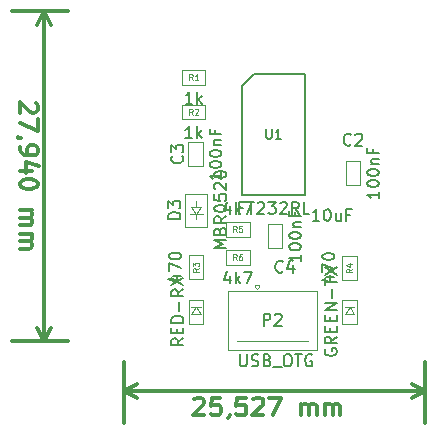
<source format=gbr>
G04 #@! TF.FileFunction,Other,Fab,Top*
%FSLAX46Y46*%
G04 Gerber Fmt 4.6, Leading zero omitted, Abs format (unit mm)*
G04 Created by KiCad (PCBNEW 4.0.6) date 08/29/18 06:26:35*
%MOMM*%
%LPD*%
G01*
G04 APERTURE LIST*
%ADD10C,0.100000*%
%ADD11C,0.300000*%
%ADD12C,0.150000*%
%ADD13C,0.075000*%
G04 APERTURE END LIST*
D10*
D11*
X131433971Y-70493715D02*
X131505400Y-70565144D01*
X131576829Y-70708001D01*
X131576829Y-71065144D01*
X131505400Y-71208001D01*
X131433971Y-71279430D01*
X131291114Y-71350858D01*
X131148257Y-71350858D01*
X130933971Y-71279430D01*
X130076829Y-70422287D01*
X130076829Y-71350858D01*
X131576829Y-71850858D02*
X131576829Y-72850858D01*
X130076829Y-72208001D01*
X130148257Y-73493714D02*
X130076829Y-73493714D01*
X129933971Y-73422286D01*
X129862543Y-73350857D01*
X130076829Y-74208000D02*
X130076829Y-74493715D01*
X130148257Y-74636572D01*
X130219686Y-74708000D01*
X130433971Y-74850858D01*
X130719686Y-74922286D01*
X131291114Y-74922286D01*
X131433971Y-74850858D01*
X131505400Y-74779429D01*
X131576829Y-74636572D01*
X131576829Y-74350858D01*
X131505400Y-74208000D01*
X131433971Y-74136572D01*
X131291114Y-74065143D01*
X130933971Y-74065143D01*
X130791114Y-74136572D01*
X130719686Y-74208000D01*
X130648257Y-74350858D01*
X130648257Y-74636572D01*
X130719686Y-74779429D01*
X130791114Y-74850858D01*
X130933971Y-74922286D01*
X131076829Y-76208000D02*
X130076829Y-76208000D01*
X131648257Y-75850857D02*
X130576829Y-75493714D01*
X130576829Y-76422286D01*
X131576829Y-77279428D02*
X131576829Y-77422285D01*
X131505400Y-77565142D01*
X131433971Y-77636571D01*
X131291114Y-77708000D01*
X131005400Y-77779428D01*
X130648257Y-77779428D01*
X130362543Y-77708000D01*
X130219686Y-77636571D01*
X130148257Y-77565142D01*
X130076829Y-77422285D01*
X130076829Y-77279428D01*
X130148257Y-77136571D01*
X130219686Y-77065142D01*
X130362543Y-76993714D01*
X130648257Y-76922285D01*
X131005400Y-76922285D01*
X131291114Y-76993714D01*
X131433971Y-77065142D01*
X131505400Y-77136571D01*
X131576829Y-77279428D01*
X130076829Y-79565142D02*
X131076829Y-79565142D01*
X130933971Y-79565142D02*
X131005400Y-79636570D01*
X131076829Y-79779428D01*
X131076829Y-79993713D01*
X131005400Y-80136570D01*
X130862543Y-80207999D01*
X130076829Y-80207999D01*
X130862543Y-80207999D02*
X131005400Y-80279428D01*
X131076829Y-80422285D01*
X131076829Y-80636570D01*
X131005400Y-80779428D01*
X130862543Y-80850856D01*
X130076829Y-80850856D01*
X130076829Y-81565142D02*
X131076829Y-81565142D01*
X130933971Y-81565142D02*
X131005400Y-81636570D01*
X131076829Y-81779428D01*
X131076829Y-81993713D01*
X131005400Y-82136570D01*
X130862543Y-82207999D01*
X130076829Y-82207999D01*
X130862543Y-82207999D02*
X131005400Y-82279428D01*
X131076829Y-82422285D01*
X131076829Y-82636570D01*
X131005400Y-82779428D01*
X130862543Y-82850856D01*
X130076829Y-82850856D01*
X132105400Y-62738000D02*
X132105400Y-90678000D01*
X134137400Y-62738000D02*
X129405400Y-62738000D01*
X134137400Y-90678000D02*
X129405400Y-90678000D01*
X132105400Y-90678000D02*
X131518979Y-89551496D01*
X132105400Y-90678000D02*
X132691821Y-89551496D01*
X132105400Y-62738000D02*
X131518979Y-63864504D01*
X132105400Y-62738000D02*
X132691821Y-63864504D01*
X144814115Y-95587429D02*
X144885544Y-95516000D01*
X145028401Y-95444571D01*
X145385544Y-95444571D01*
X145528401Y-95516000D01*
X145599830Y-95587429D01*
X145671258Y-95730286D01*
X145671258Y-95873143D01*
X145599830Y-96087429D01*
X144742687Y-96944571D01*
X145671258Y-96944571D01*
X147028401Y-95444571D02*
X146314115Y-95444571D01*
X146242686Y-96158857D01*
X146314115Y-96087429D01*
X146456972Y-96016000D01*
X146814115Y-96016000D01*
X146956972Y-96087429D01*
X147028401Y-96158857D01*
X147099829Y-96301714D01*
X147099829Y-96658857D01*
X147028401Y-96801714D01*
X146956972Y-96873143D01*
X146814115Y-96944571D01*
X146456972Y-96944571D01*
X146314115Y-96873143D01*
X146242686Y-96801714D01*
X147814114Y-96873143D02*
X147814114Y-96944571D01*
X147742686Y-97087429D01*
X147671257Y-97158857D01*
X149171258Y-95444571D02*
X148456972Y-95444571D01*
X148385543Y-96158857D01*
X148456972Y-96087429D01*
X148599829Y-96016000D01*
X148956972Y-96016000D01*
X149099829Y-96087429D01*
X149171258Y-96158857D01*
X149242686Y-96301714D01*
X149242686Y-96658857D01*
X149171258Y-96801714D01*
X149099829Y-96873143D01*
X148956972Y-96944571D01*
X148599829Y-96944571D01*
X148456972Y-96873143D01*
X148385543Y-96801714D01*
X149814114Y-95587429D02*
X149885543Y-95516000D01*
X150028400Y-95444571D01*
X150385543Y-95444571D01*
X150528400Y-95516000D01*
X150599829Y-95587429D01*
X150671257Y-95730286D01*
X150671257Y-95873143D01*
X150599829Y-96087429D01*
X149742686Y-96944571D01*
X150671257Y-96944571D01*
X151171257Y-95444571D02*
X152171257Y-95444571D01*
X151528400Y-96944571D01*
X153885542Y-96944571D02*
X153885542Y-95944571D01*
X153885542Y-96087429D02*
X153956970Y-96016000D01*
X154099828Y-95944571D01*
X154314113Y-95944571D01*
X154456970Y-96016000D01*
X154528399Y-96158857D01*
X154528399Y-96944571D01*
X154528399Y-96158857D02*
X154599828Y-96016000D01*
X154742685Y-95944571D01*
X154956970Y-95944571D01*
X155099828Y-96016000D01*
X155171256Y-96158857D01*
X155171256Y-96944571D01*
X155885542Y-96944571D02*
X155885542Y-95944571D01*
X155885542Y-96087429D02*
X155956970Y-96016000D01*
X156099828Y-95944571D01*
X156314113Y-95944571D01*
X156456970Y-96016000D01*
X156528399Y-96158857D01*
X156528399Y-96944571D01*
X156528399Y-96158857D02*
X156599828Y-96016000D01*
X156742685Y-95944571D01*
X156956970Y-95944571D01*
X157099828Y-96016000D01*
X157171256Y-96158857D01*
X157171256Y-96944571D01*
X164363400Y-94868999D02*
X138836400Y-94868999D01*
X164363400Y-92456000D02*
X164363400Y-97568999D01*
X138836400Y-92456000D02*
X138836400Y-97568999D01*
X138836400Y-94868999D02*
X139962904Y-94282578D01*
X138836400Y-94868999D02*
X139962904Y-95455420D01*
X164363400Y-94868999D02*
X163236896Y-94282578D01*
X164363400Y-94868999D02*
X163236896Y-95455420D01*
D10*
X158881000Y-77435000D02*
X157641000Y-77435000D01*
X158881000Y-75435000D02*
X158881000Y-77435000D01*
X157641000Y-75435000D02*
X158881000Y-75435000D01*
X157641000Y-77435000D02*
X157641000Y-75435000D01*
X145541000Y-75825000D02*
X144301000Y-75825000D01*
X145541000Y-73825000D02*
X145541000Y-75825000D01*
X144301000Y-73825000D02*
X145541000Y-73825000D01*
X144301000Y-75825000D02*
X144301000Y-73825000D01*
X152271000Y-82775000D02*
X151031000Y-82775000D01*
X152271000Y-80775000D02*
X152271000Y-82775000D01*
X151031000Y-80775000D02*
X152271000Y-80775000D01*
X151031000Y-82775000D02*
X151031000Y-80775000D01*
X145381000Y-87775000D02*
X144581000Y-87775000D01*
X144981000Y-87775000D02*
X145381000Y-88375000D01*
X144581000Y-88375000D02*
X144981000Y-87775000D01*
X145381000Y-88375000D02*
X144581000Y-88375000D01*
X144381000Y-89175000D02*
X144381000Y-87175000D01*
X145581000Y-89175000D02*
X144381000Y-89175000D01*
X145581000Y-87175000D02*
X145581000Y-89175000D01*
X144381000Y-87175000D02*
X145581000Y-87175000D01*
X158371000Y-87775000D02*
X157571000Y-87775000D01*
X157971000Y-87775000D02*
X158371000Y-88375000D01*
X157571000Y-88375000D02*
X157971000Y-87775000D01*
X158371000Y-88375000D02*
X157571000Y-88375000D01*
X157371000Y-89175000D02*
X157371000Y-87175000D01*
X158571000Y-89175000D02*
X157371000Y-89175000D01*
X158571000Y-87175000D02*
X158571000Y-89175000D01*
X157371000Y-87175000D02*
X158571000Y-87175000D01*
X144971000Y-79305000D02*
X144971000Y-78805000D01*
X145371000Y-79305000D02*
X144971000Y-79905000D01*
X144571000Y-79305000D02*
X145371000Y-79305000D01*
X144971000Y-79905000D02*
X144571000Y-79305000D01*
X144971000Y-79905000D02*
X145521000Y-79905000D01*
X144971000Y-79905000D02*
X144421000Y-79905000D01*
X144971000Y-80305000D02*
X144971000Y-79905000D01*
X145871000Y-80955000D02*
X144071000Y-80955000D01*
X145871000Y-78155000D02*
X145871000Y-80955000D01*
X144071000Y-78155000D02*
X145871000Y-78155000D01*
X144071000Y-80955000D02*
X144071000Y-78155000D01*
X143771000Y-68955000D02*
X143771000Y-67715000D01*
X145771000Y-68955000D02*
X143771000Y-68955000D01*
X145771000Y-67715000D02*
X145771000Y-68955000D01*
X143771000Y-67715000D02*
X145771000Y-67715000D01*
X143761000Y-71875000D02*
X143761000Y-70635000D01*
X145761000Y-71875000D02*
X143761000Y-71875000D01*
X145761000Y-70635000D02*
X145761000Y-71875000D01*
X143761000Y-70635000D02*
X145761000Y-70635000D01*
X144361000Y-83395000D02*
X145601000Y-83395000D01*
X144361000Y-85395000D02*
X144361000Y-83395000D01*
X145601000Y-85395000D02*
X144361000Y-85395000D01*
X145601000Y-83395000D02*
X145601000Y-85395000D01*
X157351000Y-83445000D02*
X158591000Y-83445000D01*
X157351000Y-85445000D02*
X157351000Y-83445000D01*
X158591000Y-85445000D02*
X157351000Y-85445000D01*
X158591000Y-83445000D02*
X158591000Y-85445000D01*
X149501000Y-80565000D02*
X149501000Y-81805000D01*
X147501000Y-80565000D02*
X149501000Y-80565000D01*
X147501000Y-81805000D02*
X147501000Y-80565000D01*
X149501000Y-81805000D02*
X147501000Y-81805000D01*
X147501000Y-84185000D02*
X147501000Y-82945000D01*
X149501000Y-84185000D02*
X147501000Y-84185000D01*
X149501000Y-82945000D02*
X149501000Y-84185000D01*
X147501000Y-82945000D02*
X149501000Y-82945000D01*
D12*
X149871000Y-68065000D02*
X154171000Y-68065000D01*
X154171000Y-68065000D02*
X154171000Y-78265000D01*
X154171000Y-78265000D02*
X148871000Y-78265000D01*
X148871000Y-78265000D02*
X148871000Y-69065000D01*
X148871000Y-69065000D02*
X149871000Y-68065000D01*
D10*
X155181000Y-91375000D02*
X155181000Y-86375000D01*
X148431000Y-90676704D02*
X154431000Y-90676704D01*
X147681000Y-91376704D02*
X155181000Y-91376704D01*
X147681000Y-86375000D02*
X155181000Y-86375000D01*
X147681000Y-91375000D02*
X147681000Y-86375000D01*
X150131000Y-86275000D02*
X149931000Y-86075000D01*
X150331000Y-86075000D02*
X150131000Y-86275000D01*
X149931000Y-85865000D02*
X150331000Y-85865000D01*
X149931000Y-85865000D02*
X149931000Y-86075000D01*
X150331000Y-85865000D02*
X150331000Y-86075000D01*
D12*
X155409572Y-80465381D02*
X154838143Y-80465381D01*
X155123857Y-80465381D02*
X155123857Y-79465381D01*
X155028619Y-79608238D01*
X154933381Y-79703476D01*
X154838143Y-79751095D01*
X156028619Y-79465381D02*
X156123858Y-79465381D01*
X156219096Y-79513000D01*
X156266715Y-79560619D01*
X156314334Y-79655857D01*
X156361953Y-79846333D01*
X156361953Y-80084429D01*
X156314334Y-80274905D01*
X156266715Y-80370143D01*
X156219096Y-80417762D01*
X156123858Y-80465381D01*
X156028619Y-80465381D01*
X155933381Y-80417762D01*
X155885762Y-80370143D01*
X155838143Y-80274905D01*
X155790524Y-80084429D01*
X155790524Y-79846333D01*
X155838143Y-79655857D01*
X155885762Y-79560619D01*
X155933381Y-79513000D01*
X156028619Y-79465381D01*
X157219096Y-79798714D02*
X157219096Y-80465381D01*
X156790524Y-79798714D02*
X156790524Y-80322524D01*
X156838143Y-80417762D01*
X156933381Y-80465381D01*
X157076239Y-80465381D01*
X157171477Y-80417762D01*
X157219096Y-80370143D01*
X158028620Y-79941571D02*
X157695286Y-79941571D01*
X157695286Y-80465381D02*
X157695286Y-79465381D01*
X158171477Y-79465381D01*
X160463381Y-77982619D02*
X160463381Y-78554048D01*
X160463381Y-78268334D02*
X159463381Y-78268334D01*
X159606238Y-78363572D01*
X159701476Y-78458810D01*
X159749095Y-78554048D01*
X159463381Y-77363572D02*
X159463381Y-77268333D01*
X159511000Y-77173095D01*
X159558619Y-77125476D01*
X159653857Y-77077857D01*
X159844333Y-77030238D01*
X160082429Y-77030238D01*
X160272905Y-77077857D01*
X160368143Y-77125476D01*
X160415762Y-77173095D01*
X160463381Y-77268333D01*
X160463381Y-77363572D01*
X160415762Y-77458810D01*
X160368143Y-77506429D01*
X160272905Y-77554048D01*
X160082429Y-77601667D01*
X159844333Y-77601667D01*
X159653857Y-77554048D01*
X159558619Y-77506429D01*
X159511000Y-77458810D01*
X159463381Y-77363572D01*
X159463381Y-76411191D02*
X159463381Y-76315952D01*
X159511000Y-76220714D01*
X159558619Y-76173095D01*
X159653857Y-76125476D01*
X159844333Y-76077857D01*
X160082429Y-76077857D01*
X160272905Y-76125476D01*
X160368143Y-76173095D01*
X160415762Y-76220714D01*
X160463381Y-76315952D01*
X160463381Y-76411191D01*
X160415762Y-76506429D01*
X160368143Y-76554048D01*
X160272905Y-76601667D01*
X160082429Y-76649286D01*
X159844333Y-76649286D01*
X159653857Y-76601667D01*
X159558619Y-76554048D01*
X159511000Y-76506429D01*
X159463381Y-76411191D01*
X159796714Y-75649286D02*
X160463381Y-75649286D01*
X159891952Y-75649286D02*
X159844333Y-75601667D01*
X159796714Y-75506429D01*
X159796714Y-75363571D01*
X159844333Y-75268333D01*
X159939571Y-75220714D01*
X160463381Y-75220714D01*
X159939571Y-74411190D02*
X159939571Y-74744524D01*
X160463381Y-74744524D02*
X159463381Y-74744524D01*
X159463381Y-74268333D01*
X158084334Y-73992143D02*
X158036715Y-74039762D01*
X157893858Y-74087381D01*
X157798620Y-74087381D01*
X157655762Y-74039762D01*
X157560524Y-73944524D01*
X157512905Y-73849286D01*
X157465286Y-73658810D01*
X157465286Y-73515952D01*
X157512905Y-73325476D01*
X157560524Y-73230238D01*
X157655762Y-73135000D01*
X157798620Y-73087381D01*
X157893858Y-73087381D01*
X158036715Y-73135000D01*
X158084334Y-73182619D01*
X158465286Y-73182619D02*
X158512905Y-73135000D01*
X158608143Y-73087381D01*
X158846239Y-73087381D01*
X158941477Y-73135000D01*
X158989096Y-73182619D01*
X159036715Y-73277857D01*
X159036715Y-73373095D01*
X158989096Y-73515952D01*
X158417667Y-74087381D01*
X159036715Y-74087381D01*
X147123381Y-76372619D02*
X147123381Y-76944048D01*
X147123381Y-76658334D02*
X146123381Y-76658334D01*
X146266238Y-76753572D01*
X146361476Y-76848810D01*
X146409095Y-76944048D01*
X146123381Y-75753572D02*
X146123381Y-75658333D01*
X146171000Y-75563095D01*
X146218619Y-75515476D01*
X146313857Y-75467857D01*
X146504333Y-75420238D01*
X146742429Y-75420238D01*
X146932905Y-75467857D01*
X147028143Y-75515476D01*
X147075762Y-75563095D01*
X147123381Y-75658333D01*
X147123381Y-75753572D01*
X147075762Y-75848810D01*
X147028143Y-75896429D01*
X146932905Y-75944048D01*
X146742429Y-75991667D01*
X146504333Y-75991667D01*
X146313857Y-75944048D01*
X146218619Y-75896429D01*
X146171000Y-75848810D01*
X146123381Y-75753572D01*
X146123381Y-74801191D02*
X146123381Y-74705952D01*
X146171000Y-74610714D01*
X146218619Y-74563095D01*
X146313857Y-74515476D01*
X146504333Y-74467857D01*
X146742429Y-74467857D01*
X146932905Y-74515476D01*
X147028143Y-74563095D01*
X147075762Y-74610714D01*
X147123381Y-74705952D01*
X147123381Y-74801191D01*
X147075762Y-74896429D01*
X147028143Y-74944048D01*
X146932905Y-74991667D01*
X146742429Y-75039286D01*
X146504333Y-75039286D01*
X146313857Y-74991667D01*
X146218619Y-74944048D01*
X146171000Y-74896429D01*
X146123381Y-74801191D01*
X146456714Y-74039286D02*
X147123381Y-74039286D01*
X146551952Y-74039286D02*
X146504333Y-73991667D01*
X146456714Y-73896429D01*
X146456714Y-73753571D01*
X146504333Y-73658333D01*
X146599571Y-73610714D01*
X147123381Y-73610714D01*
X146599571Y-72801190D02*
X146599571Y-73134524D01*
X147123381Y-73134524D02*
X146123381Y-73134524D01*
X146123381Y-72658333D01*
X143778143Y-74991666D02*
X143825762Y-75039285D01*
X143873381Y-75182142D01*
X143873381Y-75277380D01*
X143825762Y-75420238D01*
X143730524Y-75515476D01*
X143635286Y-75563095D01*
X143444810Y-75610714D01*
X143301952Y-75610714D01*
X143111476Y-75563095D01*
X143016238Y-75515476D01*
X142921000Y-75420238D01*
X142873381Y-75277380D01*
X142873381Y-75182142D01*
X142921000Y-75039285D01*
X142968619Y-74991666D01*
X142873381Y-74658333D02*
X142873381Y-74039285D01*
X143254333Y-74372619D01*
X143254333Y-74229761D01*
X143301952Y-74134523D01*
X143349571Y-74086904D01*
X143444810Y-74039285D01*
X143682905Y-74039285D01*
X143778143Y-74086904D01*
X143825762Y-74134523D01*
X143873381Y-74229761D01*
X143873381Y-74515476D01*
X143825762Y-74610714D01*
X143778143Y-74658333D01*
X153853381Y-83322619D02*
X153853381Y-83894048D01*
X153853381Y-83608334D02*
X152853381Y-83608334D01*
X152996238Y-83703572D01*
X153091476Y-83798810D01*
X153139095Y-83894048D01*
X152853381Y-82703572D02*
X152853381Y-82608333D01*
X152901000Y-82513095D01*
X152948619Y-82465476D01*
X153043857Y-82417857D01*
X153234333Y-82370238D01*
X153472429Y-82370238D01*
X153662905Y-82417857D01*
X153758143Y-82465476D01*
X153805762Y-82513095D01*
X153853381Y-82608333D01*
X153853381Y-82703572D01*
X153805762Y-82798810D01*
X153758143Y-82846429D01*
X153662905Y-82894048D01*
X153472429Y-82941667D01*
X153234333Y-82941667D01*
X153043857Y-82894048D01*
X152948619Y-82846429D01*
X152901000Y-82798810D01*
X152853381Y-82703572D01*
X152853381Y-81751191D02*
X152853381Y-81655952D01*
X152901000Y-81560714D01*
X152948619Y-81513095D01*
X153043857Y-81465476D01*
X153234333Y-81417857D01*
X153472429Y-81417857D01*
X153662905Y-81465476D01*
X153758143Y-81513095D01*
X153805762Y-81560714D01*
X153853381Y-81655952D01*
X153853381Y-81751191D01*
X153805762Y-81846429D01*
X153758143Y-81894048D01*
X153662905Y-81941667D01*
X153472429Y-81989286D01*
X153234333Y-81989286D01*
X153043857Y-81941667D01*
X152948619Y-81894048D01*
X152901000Y-81846429D01*
X152853381Y-81751191D01*
X153186714Y-80989286D02*
X153853381Y-80989286D01*
X153281952Y-80989286D02*
X153234333Y-80941667D01*
X153186714Y-80846429D01*
X153186714Y-80703571D01*
X153234333Y-80608333D01*
X153329571Y-80560714D01*
X153853381Y-80560714D01*
X153329571Y-79751190D02*
X153329571Y-80084524D01*
X153853381Y-80084524D02*
X152853381Y-80084524D01*
X152853381Y-79608333D01*
X152314334Y-84752143D02*
X152266715Y-84799762D01*
X152123858Y-84847381D01*
X152028620Y-84847381D01*
X151885762Y-84799762D01*
X151790524Y-84704524D01*
X151742905Y-84609286D01*
X151695286Y-84418810D01*
X151695286Y-84275952D01*
X151742905Y-84085476D01*
X151790524Y-83990238D01*
X151885762Y-83895000D01*
X152028620Y-83847381D01*
X152123858Y-83847381D01*
X152266715Y-83895000D01*
X152314334Y-83942619D01*
X153171477Y-84180714D02*
X153171477Y-84847381D01*
X152933381Y-83799762D02*
X152695286Y-84514048D01*
X153314334Y-84514048D01*
X143883381Y-90413095D02*
X143407190Y-90746429D01*
X143883381Y-90984524D02*
X142883381Y-90984524D01*
X142883381Y-90603571D01*
X142931000Y-90508333D01*
X142978619Y-90460714D01*
X143073857Y-90413095D01*
X143216714Y-90413095D01*
X143311952Y-90460714D01*
X143359571Y-90508333D01*
X143407190Y-90603571D01*
X143407190Y-90984524D01*
X143359571Y-89984524D02*
X143359571Y-89651190D01*
X143883381Y-89508333D02*
X143883381Y-89984524D01*
X142883381Y-89984524D01*
X142883381Y-89508333D01*
X143883381Y-89079762D02*
X142883381Y-89079762D01*
X142883381Y-88841667D01*
X142931000Y-88698809D01*
X143026238Y-88603571D01*
X143121476Y-88555952D01*
X143311952Y-88508333D01*
X143454810Y-88508333D01*
X143645286Y-88555952D01*
X143740524Y-88603571D01*
X143835762Y-88698809D01*
X143883381Y-88841667D01*
X143883381Y-89079762D01*
X143502429Y-88079762D02*
X143502429Y-87317857D01*
X143883381Y-86270238D02*
X143407190Y-86603572D01*
X143883381Y-86841667D02*
X142883381Y-86841667D01*
X142883381Y-86460714D01*
X142931000Y-86365476D01*
X142978619Y-86317857D01*
X143073857Y-86270238D01*
X143216714Y-86270238D01*
X143311952Y-86317857D01*
X143359571Y-86365476D01*
X143407190Y-86460714D01*
X143407190Y-86841667D01*
X142883381Y-85936905D02*
X143883381Y-85270238D01*
X142883381Y-85270238D02*
X143883381Y-85936905D01*
X155921000Y-91317857D02*
X155873381Y-91413095D01*
X155873381Y-91555952D01*
X155921000Y-91698810D01*
X156016238Y-91794048D01*
X156111476Y-91841667D01*
X156301952Y-91889286D01*
X156444810Y-91889286D01*
X156635286Y-91841667D01*
X156730524Y-91794048D01*
X156825762Y-91698810D01*
X156873381Y-91555952D01*
X156873381Y-91460714D01*
X156825762Y-91317857D01*
X156778143Y-91270238D01*
X156444810Y-91270238D01*
X156444810Y-91460714D01*
X156873381Y-90270238D02*
X156397190Y-90603572D01*
X156873381Y-90841667D02*
X155873381Y-90841667D01*
X155873381Y-90460714D01*
X155921000Y-90365476D01*
X155968619Y-90317857D01*
X156063857Y-90270238D01*
X156206714Y-90270238D01*
X156301952Y-90317857D01*
X156349571Y-90365476D01*
X156397190Y-90460714D01*
X156397190Y-90841667D01*
X156349571Y-89841667D02*
X156349571Y-89508333D01*
X156873381Y-89365476D02*
X156873381Y-89841667D01*
X155873381Y-89841667D01*
X155873381Y-89365476D01*
X156349571Y-88936905D02*
X156349571Y-88603571D01*
X156873381Y-88460714D02*
X156873381Y-88936905D01*
X155873381Y-88936905D01*
X155873381Y-88460714D01*
X156873381Y-88032143D02*
X155873381Y-88032143D01*
X156873381Y-87460714D01*
X155873381Y-87460714D01*
X156492429Y-86984524D02*
X156492429Y-86222619D01*
X155873381Y-85889286D02*
X155873381Y-85317857D01*
X156873381Y-85603572D02*
X155873381Y-85603572D01*
X155873381Y-85079762D02*
X156873381Y-84413095D01*
X155873381Y-84413095D02*
X156873381Y-85079762D01*
X147523381Y-82793095D02*
X146523381Y-82793095D01*
X147237667Y-82459761D01*
X146523381Y-82126428D01*
X147523381Y-82126428D01*
X146999571Y-81316904D02*
X147047190Y-81174047D01*
X147094810Y-81126428D01*
X147190048Y-81078809D01*
X147332905Y-81078809D01*
X147428143Y-81126428D01*
X147475762Y-81174047D01*
X147523381Y-81269285D01*
X147523381Y-81650238D01*
X146523381Y-81650238D01*
X146523381Y-81316904D01*
X146571000Y-81221666D01*
X146618619Y-81174047D01*
X146713857Y-81126428D01*
X146809095Y-81126428D01*
X146904333Y-81174047D01*
X146951952Y-81221666D01*
X146999571Y-81316904D01*
X146999571Y-81650238D01*
X147523381Y-80078809D02*
X147047190Y-80412143D01*
X147523381Y-80650238D02*
X146523381Y-80650238D01*
X146523381Y-80269285D01*
X146571000Y-80174047D01*
X146618619Y-80126428D01*
X146713857Y-80078809D01*
X146856714Y-80078809D01*
X146951952Y-80126428D01*
X146999571Y-80174047D01*
X147047190Y-80269285D01*
X147047190Y-80650238D01*
X146523381Y-79459762D02*
X146523381Y-79364523D01*
X146571000Y-79269285D01*
X146618619Y-79221666D01*
X146713857Y-79174047D01*
X146904333Y-79126428D01*
X147142429Y-79126428D01*
X147332905Y-79174047D01*
X147428143Y-79221666D01*
X147475762Y-79269285D01*
X147523381Y-79364523D01*
X147523381Y-79459762D01*
X147475762Y-79555000D01*
X147428143Y-79602619D01*
X147332905Y-79650238D01*
X147142429Y-79697857D01*
X146904333Y-79697857D01*
X146713857Y-79650238D01*
X146618619Y-79602619D01*
X146571000Y-79555000D01*
X146523381Y-79459762D01*
X146523381Y-78221666D02*
X146523381Y-78697857D01*
X146999571Y-78745476D01*
X146951952Y-78697857D01*
X146904333Y-78602619D01*
X146904333Y-78364523D01*
X146951952Y-78269285D01*
X146999571Y-78221666D01*
X147094810Y-78174047D01*
X147332905Y-78174047D01*
X147428143Y-78221666D01*
X147475762Y-78269285D01*
X147523381Y-78364523D01*
X147523381Y-78602619D01*
X147475762Y-78697857D01*
X147428143Y-78745476D01*
X146618619Y-77793095D02*
X146571000Y-77745476D01*
X146523381Y-77650238D01*
X146523381Y-77412142D01*
X146571000Y-77316904D01*
X146618619Y-77269285D01*
X146713857Y-77221666D01*
X146809095Y-77221666D01*
X146951952Y-77269285D01*
X147523381Y-77840714D01*
X147523381Y-77221666D01*
X146523381Y-76602619D02*
X146523381Y-76507380D01*
X146571000Y-76412142D01*
X146618619Y-76364523D01*
X146713857Y-76316904D01*
X146904333Y-76269285D01*
X147142429Y-76269285D01*
X147332905Y-76316904D01*
X147428143Y-76364523D01*
X147475762Y-76412142D01*
X147523381Y-76507380D01*
X147523381Y-76602619D01*
X147475762Y-76697857D01*
X147428143Y-76745476D01*
X147332905Y-76793095D01*
X147142429Y-76840714D01*
X146904333Y-76840714D01*
X146713857Y-76793095D01*
X146618619Y-76745476D01*
X146571000Y-76697857D01*
X146523381Y-76602619D01*
X143633381Y-80293095D02*
X142633381Y-80293095D01*
X142633381Y-80055000D01*
X142681000Y-79912142D01*
X142776238Y-79816904D01*
X142871476Y-79769285D01*
X143061952Y-79721666D01*
X143204810Y-79721666D01*
X143395286Y-79769285D01*
X143490524Y-79816904D01*
X143585762Y-79912142D01*
X143633381Y-80055000D01*
X143633381Y-80293095D01*
X142633381Y-79388333D02*
X142633381Y-78769285D01*
X143014333Y-79102619D01*
X143014333Y-78959761D01*
X143061952Y-78864523D01*
X143109571Y-78816904D01*
X143204810Y-78769285D01*
X143442905Y-78769285D01*
X143538143Y-78816904D01*
X143585762Y-78864523D01*
X143633381Y-78959761D01*
X143633381Y-79245476D01*
X143585762Y-79340714D01*
X143538143Y-79388333D01*
X144651953Y-70537381D02*
X144080524Y-70537381D01*
X144366238Y-70537381D02*
X144366238Y-69537381D01*
X144271000Y-69680238D01*
X144175762Y-69775476D01*
X144080524Y-69823095D01*
X145080524Y-70537381D02*
X145080524Y-69537381D01*
X145175762Y-70156429D02*
X145461477Y-70537381D01*
X145461477Y-69870714D02*
X145080524Y-70251667D01*
D13*
X144687667Y-68561190D02*
X144521000Y-68323095D01*
X144401953Y-68561190D02*
X144401953Y-68061190D01*
X144592429Y-68061190D01*
X144640048Y-68085000D01*
X144663857Y-68108810D01*
X144687667Y-68156429D01*
X144687667Y-68227857D01*
X144663857Y-68275476D01*
X144640048Y-68299286D01*
X144592429Y-68323095D01*
X144401953Y-68323095D01*
X145163857Y-68561190D02*
X144878143Y-68561190D01*
X145021000Y-68561190D02*
X145021000Y-68061190D01*
X144973381Y-68132619D01*
X144925762Y-68180238D01*
X144878143Y-68204048D01*
D12*
X144641953Y-73457381D02*
X144070524Y-73457381D01*
X144356238Y-73457381D02*
X144356238Y-72457381D01*
X144261000Y-72600238D01*
X144165762Y-72695476D01*
X144070524Y-72743095D01*
X145070524Y-73457381D02*
X145070524Y-72457381D01*
X145165762Y-73076429D02*
X145451477Y-73457381D01*
X145451477Y-72790714D02*
X145070524Y-73171667D01*
D13*
X144677667Y-71481190D02*
X144511000Y-71243095D01*
X144391953Y-71481190D02*
X144391953Y-70981190D01*
X144582429Y-70981190D01*
X144630048Y-71005000D01*
X144653857Y-71028810D01*
X144677667Y-71076429D01*
X144677667Y-71147857D01*
X144653857Y-71195476D01*
X144630048Y-71219286D01*
X144582429Y-71243095D01*
X144391953Y-71243095D01*
X144868143Y-71028810D02*
X144891953Y-71005000D01*
X144939572Y-70981190D01*
X145058619Y-70981190D01*
X145106238Y-71005000D01*
X145130048Y-71028810D01*
X145153857Y-71076429D01*
X145153857Y-71124048D01*
X145130048Y-71195476D01*
X144844334Y-71481190D01*
X145153857Y-71481190D01*
D12*
X143016714Y-85156904D02*
X143683381Y-85156904D01*
X142635762Y-85395000D02*
X143350048Y-85633095D01*
X143350048Y-85014047D01*
X142683381Y-84728333D02*
X142683381Y-84061666D01*
X143683381Y-84490238D01*
X142683381Y-83490238D02*
X142683381Y-83394999D01*
X142731000Y-83299761D01*
X142778619Y-83252142D01*
X142873857Y-83204523D01*
X143064333Y-83156904D01*
X143302429Y-83156904D01*
X143492905Y-83204523D01*
X143588143Y-83252142D01*
X143635762Y-83299761D01*
X143683381Y-83394999D01*
X143683381Y-83490238D01*
X143635762Y-83585476D01*
X143588143Y-83633095D01*
X143492905Y-83680714D01*
X143302429Y-83728333D01*
X143064333Y-83728333D01*
X142873857Y-83680714D01*
X142778619Y-83633095D01*
X142731000Y-83585476D01*
X142683381Y-83490238D01*
D13*
X145207190Y-84478333D02*
X144969095Y-84645000D01*
X145207190Y-84764047D02*
X144707190Y-84764047D01*
X144707190Y-84573571D01*
X144731000Y-84525952D01*
X144754810Y-84502143D01*
X144802429Y-84478333D01*
X144873857Y-84478333D01*
X144921476Y-84502143D01*
X144945286Y-84525952D01*
X144969095Y-84573571D01*
X144969095Y-84764047D01*
X144707190Y-84311666D02*
X144707190Y-84002143D01*
X144897667Y-84168809D01*
X144897667Y-84097381D01*
X144921476Y-84049762D01*
X144945286Y-84025952D01*
X144992905Y-84002143D01*
X145111952Y-84002143D01*
X145159571Y-84025952D01*
X145183381Y-84049762D01*
X145207190Y-84097381D01*
X145207190Y-84240238D01*
X145183381Y-84287857D01*
X145159571Y-84311666D01*
D12*
X156006714Y-85206904D02*
X156673381Y-85206904D01*
X155625762Y-85445000D02*
X156340048Y-85683095D01*
X156340048Y-85064047D01*
X155673381Y-84778333D02*
X155673381Y-84111666D01*
X156673381Y-84540238D01*
X155673381Y-83540238D02*
X155673381Y-83444999D01*
X155721000Y-83349761D01*
X155768619Y-83302142D01*
X155863857Y-83254523D01*
X156054333Y-83206904D01*
X156292429Y-83206904D01*
X156482905Y-83254523D01*
X156578143Y-83302142D01*
X156625762Y-83349761D01*
X156673381Y-83444999D01*
X156673381Y-83540238D01*
X156625762Y-83635476D01*
X156578143Y-83683095D01*
X156482905Y-83730714D01*
X156292429Y-83778333D01*
X156054333Y-83778333D01*
X155863857Y-83730714D01*
X155768619Y-83683095D01*
X155721000Y-83635476D01*
X155673381Y-83540238D01*
D13*
X158197190Y-84528333D02*
X157959095Y-84695000D01*
X158197190Y-84814047D02*
X157697190Y-84814047D01*
X157697190Y-84623571D01*
X157721000Y-84575952D01*
X157744810Y-84552143D01*
X157792429Y-84528333D01*
X157863857Y-84528333D01*
X157911476Y-84552143D01*
X157935286Y-84575952D01*
X157959095Y-84623571D01*
X157959095Y-84814047D01*
X157863857Y-84099762D02*
X158197190Y-84099762D01*
X157673381Y-84218809D02*
X158030524Y-84337857D01*
X158030524Y-84028333D01*
D12*
X147810524Y-79220714D02*
X147810524Y-79887381D01*
X147572428Y-78839762D02*
X147334333Y-79554048D01*
X147953381Y-79554048D01*
X148334333Y-79887381D02*
X148334333Y-78887381D01*
X148429571Y-79506429D02*
X148715286Y-79887381D01*
X148715286Y-79220714D02*
X148334333Y-79601667D01*
X149048619Y-78887381D02*
X149715286Y-78887381D01*
X149286714Y-79887381D01*
D13*
X148417667Y-81411190D02*
X148251000Y-81173095D01*
X148131953Y-81411190D02*
X148131953Y-80911190D01*
X148322429Y-80911190D01*
X148370048Y-80935000D01*
X148393857Y-80958810D01*
X148417667Y-81006429D01*
X148417667Y-81077857D01*
X148393857Y-81125476D01*
X148370048Y-81149286D01*
X148322429Y-81173095D01*
X148131953Y-81173095D01*
X148870048Y-80911190D02*
X148631953Y-80911190D01*
X148608143Y-81149286D01*
X148631953Y-81125476D01*
X148679572Y-81101667D01*
X148798619Y-81101667D01*
X148846238Y-81125476D01*
X148870048Y-81149286D01*
X148893857Y-81196905D01*
X148893857Y-81315952D01*
X148870048Y-81363571D01*
X148846238Y-81387381D01*
X148798619Y-81411190D01*
X148679572Y-81411190D01*
X148631953Y-81387381D01*
X148608143Y-81363571D01*
D12*
X147810524Y-85100714D02*
X147810524Y-85767381D01*
X147572428Y-84719762D02*
X147334333Y-85434048D01*
X147953381Y-85434048D01*
X148334333Y-85767381D02*
X148334333Y-84767381D01*
X148429571Y-85386429D02*
X148715286Y-85767381D01*
X148715286Y-85100714D02*
X148334333Y-85481667D01*
X149048619Y-84767381D02*
X149715286Y-84767381D01*
X149286714Y-85767381D01*
D13*
X148417667Y-83791190D02*
X148251000Y-83553095D01*
X148131953Y-83791190D02*
X148131953Y-83291190D01*
X148322429Y-83291190D01*
X148370048Y-83315000D01*
X148393857Y-83338810D01*
X148417667Y-83386429D01*
X148417667Y-83457857D01*
X148393857Y-83505476D01*
X148370048Y-83529286D01*
X148322429Y-83553095D01*
X148131953Y-83553095D01*
X148846238Y-83291190D02*
X148751000Y-83291190D01*
X148703381Y-83315000D01*
X148679572Y-83338810D01*
X148631953Y-83410238D01*
X148608143Y-83505476D01*
X148608143Y-83695952D01*
X148631953Y-83743571D01*
X148655762Y-83767381D01*
X148703381Y-83791190D01*
X148798619Y-83791190D01*
X148846238Y-83767381D01*
X148870048Y-83743571D01*
X148893857Y-83695952D01*
X148893857Y-83576905D01*
X148870048Y-83529286D01*
X148846238Y-83505476D01*
X148798619Y-83481667D01*
X148703381Y-83481667D01*
X148655762Y-83505476D01*
X148631953Y-83529286D01*
X148608143Y-83576905D01*
D12*
X148949572Y-79343571D02*
X148616238Y-79343571D01*
X148616238Y-79867381D02*
X148616238Y-78867381D01*
X149092429Y-78867381D01*
X149330524Y-78867381D02*
X149901953Y-78867381D01*
X149616238Y-79867381D02*
X149616238Y-78867381D01*
X150187667Y-78962619D02*
X150235286Y-78915000D01*
X150330524Y-78867381D01*
X150568620Y-78867381D01*
X150663858Y-78915000D01*
X150711477Y-78962619D01*
X150759096Y-79057857D01*
X150759096Y-79153095D01*
X150711477Y-79295952D01*
X150140048Y-79867381D01*
X150759096Y-79867381D01*
X151092429Y-78867381D02*
X151711477Y-78867381D01*
X151378143Y-79248333D01*
X151521001Y-79248333D01*
X151616239Y-79295952D01*
X151663858Y-79343571D01*
X151711477Y-79438810D01*
X151711477Y-79676905D01*
X151663858Y-79772143D01*
X151616239Y-79819762D01*
X151521001Y-79867381D01*
X151235286Y-79867381D01*
X151140048Y-79819762D01*
X151092429Y-79772143D01*
X152092429Y-78962619D02*
X152140048Y-78915000D01*
X152235286Y-78867381D01*
X152473382Y-78867381D01*
X152568620Y-78915000D01*
X152616239Y-78962619D01*
X152663858Y-79057857D01*
X152663858Y-79153095D01*
X152616239Y-79295952D01*
X152044810Y-79867381D01*
X152663858Y-79867381D01*
X153663858Y-79867381D02*
X153330524Y-79391190D01*
X153092429Y-79867381D02*
X153092429Y-78867381D01*
X153473382Y-78867381D01*
X153568620Y-78915000D01*
X153616239Y-78962619D01*
X153663858Y-79057857D01*
X153663858Y-79200714D01*
X153616239Y-79295952D01*
X153568620Y-79343571D01*
X153473382Y-79391190D01*
X153092429Y-79391190D01*
X154568620Y-79867381D02*
X154092429Y-79867381D01*
X154092429Y-78867381D01*
X150911476Y-72726905D02*
X150911476Y-73374524D01*
X150949571Y-73450714D01*
X150987667Y-73488810D01*
X151063857Y-73526905D01*
X151216238Y-73526905D01*
X151292429Y-73488810D01*
X151330524Y-73450714D01*
X151368619Y-73374524D01*
X151368619Y-72726905D01*
X152168619Y-73526905D02*
X151711476Y-73526905D01*
X151940047Y-73526905D02*
X151940047Y-72726905D01*
X151863857Y-72841190D01*
X151787666Y-72917381D01*
X151711476Y-72955476D01*
X148683381Y-91777381D02*
X148683381Y-92586905D01*
X148731000Y-92682143D01*
X148778619Y-92729762D01*
X148873857Y-92777381D01*
X149064334Y-92777381D01*
X149159572Y-92729762D01*
X149207191Y-92682143D01*
X149254810Y-92586905D01*
X149254810Y-91777381D01*
X149683381Y-92729762D02*
X149826238Y-92777381D01*
X150064334Y-92777381D01*
X150159572Y-92729762D01*
X150207191Y-92682143D01*
X150254810Y-92586905D01*
X150254810Y-92491667D01*
X150207191Y-92396429D01*
X150159572Y-92348810D01*
X150064334Y-92301190D01*
X149873857Y-92253571D01*
X149778619Y-92205952D01*
X149731000Y-92158333D01*
X149683381Y-92063095D01*
X149683381Y-91967857D01*
X149731000Y-91872619D01*
X149778619Y-91825000D01*
X149873857Y-91777381D01*
X150111953Y-91777381D01*
X150254810Y-91825000D01*
X151016715Y-92253571D02*
X151159572Y-92301190D01*
X151207191Y-92348810D01*
X151254810Y-92444048D01*
X151254810Y-92586905D01*
X151207191Y-92682143D01*
X151159572Y-92729762D01*
X151064334Y-92777381D01*
X150683381Y-92777381D01*
X150683381Y-91777381D01*
X151016715Y-91777381D01*
X151111953Y-91825000D01*
X151159572Y-91872619D01*
X151207191Y-91967857D01*
X151207191Y-92063095D01*
X151159572Y-92158333D01*
X151111953Y-92205952D01*
X151016715Y-92253571D01*
X150683381Y-92253571D01*
X151445286Y-92872619D02*
X152207191Y-92872619D01*
X152635762Y-91777381D02*
X152826239Y-91777381D01*
X152921477Y-91825000D01*
X153016715Y-91920238D01*
X153064334Y-92110714D01*
X153064334Y-92444048D01*
X153016715Y-92634524D01*
X152921477Y-92729762D01*
X152826239Y-92777381D01*
X152635762Y-92777381D01*
X152540524Y-92729762D01*
X152445286Y-92634524D01*
X152397667Y-92444048D01*
X152397667Y-92110714D01*
X152445286Y-91920238D01*
X152540524Y-91825000D01*
X152635762Y-91777381D01*
X153350048Y-91777381D02*
X153921477Y-91777381D01*
X153635762Y-92777381D02*
X153635762Y-91777381D01*
X154778620Y-91825000D02*
X154683382Y-91777381D01*
X154540525Y-91777381D01*
X154397667Y-91825000D01*
X154302429Y-91920238D01*
X154254810Y-92015476D01*
X154207191Y-92205952D01*
X154207191Y-92348810D01*
X154254810Y-92539286D01*
X154302429Y-92634524D01*
X154397667Y-92729762D01*
X154540525Y-92777381D01*
X154635763Y-92777381D01*
X154778620Y-92729762D01*
X154826239Y-92682143D01*
X154826239Y-92348810D01*
X154635763Y-92348810D01*
X150692905Y-89327381D02*
X150692905Y-88327381D01*
X151073858Y-88327381D01*
X151169096Y-88375000D01*
X151216715Y-88422619D01*
X151264334Y-88517857D01*
X151264334Y-88660714D01*
X151216715Y-88755952D01*
X151169096Y-88803571D01*
X151073858Y-88851190D01*
X150692905Y-88851190D01*
X151645286Y-88422619D02*
X151692905Y-88375000D01*
X151788143Y-88327381D01*
X152026239Y-88327381D01*
X152121477Y-88375000D01*
X152169096Y-88422619D01*
X152216715Y-88517857D01*
X152216715Y-88613095D01*
X152169096Y-88755952D01*
X151597667Y-89327381D01*
X152216715Y-89327381D01*
M02*

</source>
